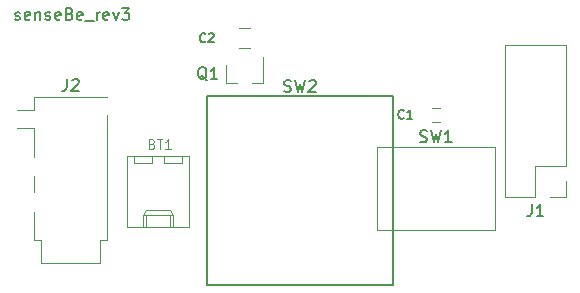
<source format=gto>
G04 #@! TF.GenerationSoftware,KiCad,Pcbnew,(5.1.0)-1*
G04 #@! TF.CreationDate,2019-04-11T16:44:05+05:30*
G04 #@! TF.ProjectId,senseBe_rev3_daughter,73656e73-6542-4655-9f72-6576335f6461,rev?*
G04 #@! TF.SameCoordinates,Original*
G04 #@! TF.FileFunction,Legend,Top*
G04 #@! TF.FilePolarity,Positive*
%FSLAX46Y46*%
G04 Gerber Fmt 4.6, Leading zero omitted, Abs format (unit mm)*
G04 Created by KiCad (PCBNEW (5.1.0)-1) date 2019-04-11 16:44:05*
%MOMM*%
%LPD*%
G04 APERTURE LIST*
%ADD10C,0.200000*%
%ADD11C,0.120000*%
%ADD12C,0.150000*%
G04 APERTURE END LIST*
D10*
X10866666Y-11404761D02*
X10961904Y-11452380D01*
X11152380Y-11452380D01*
X11247619Y-11404761D01*
X11295238Y-11309523D01*
X11295238Y-11261904D01*
X11247619Y-11166666D01*
X11152380Y-11119047D01*
X11009523Y-11119047D01*
X10914285Y-11071428D01*
X10866666Y-10976190D01*
X10866666Y-10928571D01*
X10914285Y-10833333D01*
X11009523Y-10785714D01*
X11152380Y-10785714D01*
X11247619Y-10833333D01*
X12104761Y-11404761D02*
X12009523Y-11452380D01*
X11819047Y-11452380D01*
X11723809Y-11404761D01*
X11676190Y-11309523D01*
X11676190Y-10928571D01*
X11723809Y-10833333D01*
X11819047Y-10785714D01*
X12009523Y-10785714D01*
X12104761Y-10833333D01*
X12152380Y-10928571D01*
X12152380Y-11023809D01*
X11676190Y-11119047D01*
X12580952Y-10785714D02*
X12580952Y-11452380D01*
X12580952Y-10880952D02*
X12628571Y-10833333D01*
X12723809Y-10785714D01*
X12866666Y-10785714D01*
X12961904Y-10833333D01*
X13009523Y-10928571D01*
X13009523Y-11452380D01*
X13438095Y-11404761D02*
X13533333Y-11452380D01*
X13723809Y-11452380D01*
X13819047Y-11404761D01*
X13866666Y-11309523D01*
X13866666Y-11261904D01*
X13819047Y-11166666D01*
X13723809Y-11119047D01*
X13580952Y-11119047D01*
X13485714Y-11071428D01*
X13438095Y-10976190D01*
X13438095Y-10928571D01*
X13485714Y-10833333D01*
X13580952Y-10785714D01*
X13723809Y-10785714D01*
X13819047Y-10833333D01*
X14676190Y-11404761D02*
X14580952Y-11452380D01*
X14390476Y-11452380D01*
X14295238Y-11404761D01*
X14247619Y-11309523D01*
X14247619Y-10928571D01*
X14295238Y-10833333D01*
X14390476Y-10785714D01*
X14580952Y-10785714D01*
X14676190Y-10833333D01*
X14723809Y-10928571D01*
X14723809Y-11023809D01*
X14247619Y-11119047D01*
X15485714Y-10928571D02*
X15628571Y-10976190D01*
X15676190Y-11023809D01*
X15723809Y-11119047D01*
X15723809Y-11261904D01*
X15676190Y-11357142D01*
X15628571Y-11404761D01*
X15533333Y-11452380D01*
X15152380Y-11452380D01*
X15152380Y-10452380D01*
X15485714Y-10452380D01*
X15580952Y-10500000D01*
X15628571Y-10547619D01*
X15676190Y-10642857D01*
X15676190Y-10738095D01*
X15628571Y-10833333D01*
X15580952Y-10880952D01*
X15485714Y-10928571D01*
X15152380Y-10928571D01*
X16533333Y-11404761D02*
X16438095Y-11452380D01*
X16247619Y-11452380D01*
X16152380Y-11404761D01*
X16104761Y-11309523D01*
X16104761Y-10928571D01*
X16152380Y-10833333D01*
X16247619Y-10785714D01*
X16438095Y-10785714D01*
X16533333Y-10833333D01*
X16580952Y-10928571D01*
X16580952Y-11023809D01*
X16104761Y-11119047D01*
X16771428Y-11547619D02*
X17533333Y-11547619D01*
X17771428Y-11452380D02*
X17771428Y-10785714D01*
X17771428Y-10976190D02*
X17819047Y-10880952D01*
X17866666Y-10833333D01*
X17961904Y-10785714D01*
X18057142Y-10785714D01*
X18771428Y-11404761D02*
X18676190Y-11452380D01*
X18485714Y-11452380D01*
X18390476Y-11404761D01*
X18342857Y-11309523D01*
X18342857Y-10928571D01*
X18390476Y-10833333D01*
X18485714Y-10785714D01*
X18676190Y-10785714D01*
X18771428Y-10833333D01*
X18819047Y-10928571D01*
X18819047Y-11023809D01*
X18342857Y-11119047D01*
X19152380Y-10785714D02*
X19390476Y-11452380D01*
X19628571Y-10785714D01*
X19914285Y-10452380D02*
X20533333Y-10452380D01*
X20200000Y-10833333D01*
X20342857Y-10833333D01*
X20438095Y-10880952D01*
X20485714Y-10928571D01*
X20533333Y-11023809D01*
X20533333Y-11261904D01*
X20485714Y-11357142D01*
X20438095Y-11404761D01*
X20342857Y-11452380D01*
X20057142Y-11452380D01*
X19961904Y-11404761D01*
X19914285Y-11357142D01*
D11*
X57530000Y-13610000D02*
X52330000Y-13610000D01*
X57530000Y-23830000D02*
X57530000Y-13610000D01*
X52330000Y-26430000D02*
X52330000Y-13610000D01*
X57530000Y-23830000D02*
X54930000Y-23830000D01*
X54930000Y-23830000D02*
X54930000Y-26430000D01*
X54930000Y-26430000D02*
X52330000Y-26430000D01*
X57530000Y-25100000D02*
X57530000Y-26430000D01*
X57530000Y-26430000D02*
X56200000Y-26430000D01*
X12448000Y-20634000D02*
X11048000Y-20634000D01*
X12448000Y-19084000D02*
X11048000Y-19084000D01*
X18648000Y-19534000D02*
X18648000Y-30059000D01*
X12448000Y-19084000D02*
X12448000Y-17959000D01*
X12448000Y-23034000D02*
X12448000Y-20634000D01*
X12448000Y-26034000D02*
X12448000Y-24684000D01*
X12448000Y-30059000D02*
X12448000Y-27684000D01*
X18648000Y-17959000D02*
X12448000Y-17959000D01*
X12448000Y-30059000D02*
X13048000Y-30059000D01*
X18048000Y-30059000D02*
X18648000Y-30059000D01*
X13048000Y-32059000D02*
X18048000Y-32059000D01*
X13048000Y-30059000D02*
X13048000Y-32059000D01*
X18048000Y-30059000D02*
X18048000Y-32059000D01*
D12*
X42850000Y-17900000D02*
X27150000Y-17900000D01*
X27150000Y-17900000D02*
X27150000Y-33900000D01*
X27150000Y-33900000D02*
X42850000Y-33900000D01*
X42850000Y-33900000D02*
X42850000Y-17900000D01*
D11*
X20330000Y-22980000D02*
X20330000Y-28980000D01*
X20330000Y-28980000D02*
X25610000Y-28980000D01*
X25610000Y-28980000D02*
X25610000Y-22980000D01*
X25610000Y-22980000D02*
X20330000Y-22980000D01*
X21700000Y-28980000D02*
X21700000Y-27980000D01*
X21700000Y-27980000D02*
X24240000Y-27980000D01*
X24240000Y-27980000D02*
X24240000Y-28980000D01*
X21700000Y-27980000D02*
X21950000Y-27550000D01*
X21950000Y-27550000D02*
X23990000Y-27550000D01*
X23990000Y-27550000D02*
X24240000Y-27980000D01*
X21950000Y-28980000D02*
X21950000Y-27980000D01*
X23990000Y-28980000D02*
X23990000Y-27980000D01*
X20900000Y-22980000D02*
X20900000Y-23600000D01*
X20900000Y-23600000D02*
X22500000Y-23600000D01*
X22500000Y-23600000D02*
X22500000Y-22980000D01*
X23440000Y-22980000D02*
X23440000Y-23600000D01*
X23440000Y-23600000D02*
X25040000Y-23600000D01*
X25040000Y-23600000D02*
X25040000Y-22980000D01*
X46850000Y-20100000D02*
X46150000Y-20100000D01*
X46150000Y-18900000D02*
X46850000Y-18900000D01*
X29800000Y-13850000D02*
X30800000Y-13850000D01*
X30800000Y-12150000D02*
X29800000Y-12150000D01*
X28720000Y-16760000D02*
X29650000Y-16760000D01*
X31880000Y-16760000D02*
X30950000Y-16760000D01*
X31880000Y-16760000D02*
X31880000Y-14600000D01*
X28720000Y-16760000D02*
X28720000Y-15300000D01*
X41500000Y-29200000D02*
X41500000Y-22200000D01*
X41500000Y-22200000D02*
X51500000Y-22200000D01*
X51500000Y-22200000D02*
X51500000Y-29200000D01*
X51500000Y-29200000D02*
X41500000Y-29200000D01*
D12*
X54596666Y-27052380D02*
X54596666Y-27766666D01*
X54549047Y-27909523D01*
X54453809Y-28004761D01*
X54310952Y-28052380D01*
X54215714Y-28052380D01*
X55596666Y-28052380D02*
X55025238Y-28052380D01*
X55310952Y-28052380D02*
X55310952Y-27052380D01*
X55215714Y-27195238D01*
X55120476Y-27290476D01*
X55025238Y-27338095D01*
X15266666Y-16452380D02*
X15266666Y-17166666D01*
X15219047Y-17309523D01*
X15123809Y-17404761D01*
X14980952Y-17452380D01*
X14885714Y-17452380D01*
X15695238Y-16547619D02*
X15742857Y-16500000D01*
X15838095Y-16452380D01*
X16076190Y-16452380D01*
X16171428Y-16500000D01*
X16219047Y-16547619D01*
X16266666Y-16642857D01*
X16266666Y-16738095D01*
X16219047Y-16880952D01*
X15647619Y-17452380D01*
X16266666Y-17452380D01*
X33666666Y-17504761D02*
X33809523Y-17552380D01*
X34047619Y-17552380D01*
X34142857Y-17504761D01*
X34190476Y-17457142D01*
X34238095Y-17361904D01*
X34238095Y-17266666D01*
X34190476Y-17171428D01*
X34142857Y-17123809D01*
X34047619Y-17076190D01*
X33857142Y-17028571D01*
X33761904Y-16980952D01*
X33714285Y-16933333D01*
X33666666Y-16838095D01*
X33666666Y-16742857D01*
X33714285Y-16647619D01*
X33761904Y-16600000D01*
X33857142Y-16552380D01*
X34095238Y-16552380D01*
X34238095Y-16600000D01*
X34571428Y-16552380D02*
X34809523Y-17552380D01*
X35000000Y-16838095D01*
X35190476Y-17552380D01*
X35428571Y-16552380D01*
X35761904Y-16647619D02*
X35809523Y-16600000D01*
X35904761Y-16552380D01*
X36142857Y-16552380D01*
X36238095Y-16600000D01*
X36285714Y-16647619D01*
X36333333Y-16742857D01*
X36333333Y-16838095D01*
X36285714Y-16980952D01*
X35714285Y-17552380D01*
X36333333Y-17552380D01*
D11*
X22471428Y-21942857D02*
X22585714Y-21980952D01*
X22623809Y-22019047D01*
X22661904Y-22095238D01*
X22661904Y-22209523D01*
X22623809Y-22285714D01*
X22585714Y-22323809D01*
X22509523Y-22361904D01*
X22204761Y-22361904D01*
X22204761Y-21561904D01*
X22471428Y-21561904D01*
X22547619Y-21600000D01*
X22585714Y-21638095D01*
X22623809Y-21714285D01*
X22623809Y-21790476D01*
X22585714Y-21866666D01*
X22547619Y-21904761D01*
X22471428Y-21942857D01*
X22204761Y-21942857D01*
X22890476Y-21561904D02*
X23347619Y-21561904D01*
X23119047Y-22361904D02*
X23119047Y-21561904D01*
X24033333Y-22361904D02*
X23576190Y-22361904D01*
X23804761Y-22361904D02*
X23804761Y-21561904D01*
X23728571Y-21676190D01*
X23652380Y-21752380D01*
X23576190Y-21790476D01*
D12*
X43775000Y-19747857D02*
X43739285Y-19783571D01*
X43632142Y-19819285D01*
X43560714Y-19819285D01*
X43453571Y-19783571D01*
X43382142Y-19712142D01*
X43346428Y-19640714D01*
X43310714Y-19497857D01*
X43310714Y-19390714D01*
X43346428Y-19247857D01*
X43382142Y-19176428D01*
X43453571Y-19105000D01*
X43560714Y-19069285D01*
X43632142Y-19069285D01*
X43739285Y-19105000D01*
X43775000Y-19140714D01*
X44489285Y-19819285D02*
X44060714Y-19819285D01*
X44275000Y-19819285D02*
X44275000Y-19069285D01*
X44203571Y-19176428D01*
X44132142Y-19247857D01*
X44060714Y-19283571D01*
X26975000Y-13267857D02*
X26939285Y-13303571D01*
X26832142Y-13339285D01*
X26760714Y-13339285D01*
X26653571Y-13303571D01*
X26582142Y-13232142D01*
X26546428Y-13160714D01*
X26510714Y-13017857D01*
X26510714Y-12910714D01*
X26546428Y-12767857D01*
X26582142Y-12696428D01*
X26653571Y-12625000D01*
X26760714Y-12589285D01*
X26832142Y-12589285D01*
X26939285Y-12625000D01*
X26975000Y-12660714D01*
X27260714Y-12660714D02*
X27296428Y-12625000D01*
X27367857Y-12589285D01*
X27546428Y-12589285D01*
X27617857Y-12625000D01*
X27653571Y-12660714D01*
X27689285Y-12732142D01*
X27689285Y-12803571D01*
X27653571Y-12910714D01*
X27225000Y-13339285D01*
X27689285Y-13339285D01*
X27104761Y-16547619D02*
X27009523Y-16500000D01*
X26914285Y-16404761D01*
X26771428Y-16261904D01*
X26676190Y-16214285D01*
X26580952Y-16214285D01*
X26628571Y-16452380D02*
X26533333Y-16404761D01*
X26438095Y-16309523D01*
X26390476Y-16119047D01*
X26390476Y-15785714D01*
X26438095Y-15595238D01*
X26533333Y-15500000D01*
X26628571Y-15452380D01*
X26819047Y-15452380D01*
X26914285Y-15500000D01*
X27009523Y-15595238D01*
X27057142Y-15785714D01*
X27057142Y-16119047D01*
X27009523Y-16309523D01*
X26914285Y-16404761D01*
X26819047Y-16452380D01*
X26628571Y-16452380D01*
X28009523Y-16452380D02*
X27438095Y-16452380D01*
X27723809Y-16452380D02*
X27723809Y-15452380D01*
X27628571Y-15595238D01*
X27533333Y-15690476D01*
X27438095Y-15738095D01*
X45166666Y-21754761D02*
X45309523Y-21802380D01*
X45547619Y-21802380D01*
X45642857Y-21754761D01*
X45690476Y-21707142D01*
X45738095Y-21611904D01*
X45738095Y-21516666D01*
X45690476Y-21421428D01*
X45642857Y-21373809D01*
X45547619Y-21326190D01*
X45357142Y-21278571D01*
X45261904Y-21230952D01*
X45214285Y-21183333D01*
X45166666Y-21088095D01*
X45166666Y-20992857D01*
X45214285Y-20897619D01*
X45261904Y-20850000D01*
X45357142Y-20802380D01*
X45595238Y-20802380D01*
X45738095Y-20850000D01*
X46071428Y-20802380D02*
X46309523Y-21802380D01*
X46500000Y-21088095D01*
X46690476Y-21802380D01*
X46928571Y-20802380D01*
X47833333Y-21802380D02*
X47261904Y-21802380D01*
X47547619Y-21802380D02*
X47547619Y-20802380D01*
X47452380Y-20945238D01*
X47357142Y-21040476D01*
X47261904Y-21088095D01*
M02*

</source>
